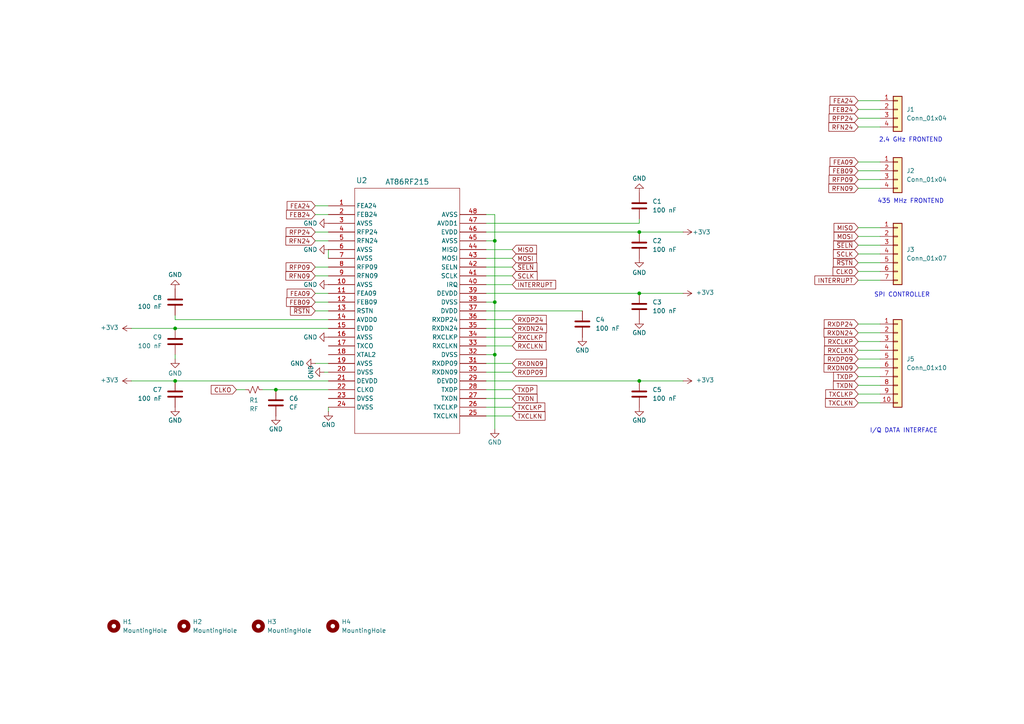
<source format=kicad_sch>
(kicad_sch (version 20250114) (generator "eeschema") (generator_version "9.0")
  (paper "A4")
  (lib_symbols
    (symbol "Connector_Generic:Conn_01x04" (pin_names (offset 1.016) (hide yes))
      (property "Reference" "J" (at 0 5.08 0))
      (property "Value" "Conn_01x04" (at 0 -7.62 0))
      (symbol "Conn_01x04_1_1"
        (rectangle (start -1.27 3.81) (end 1.27 -6.35) (stroke (width 0.254)) (fill (type background)))
        (rectangle (start -1.27 2.667) (end 0 2.413) (stroke (width 0.1524)))
        (rectangle (start -1.27 0.127) (end 0 -0.127) (stroke (width 0.1524)))
        (rectangle (start -1.27 -2.413) (end 0 -2.667) (stroke (width 0.1524)))
        (rectangle (start -1.27 -4.953) (end 0 -5.207) (stroke (width 0.1524)))
        (pin passive line (at -5.08 2.54 0) (length 3.81) (name "Pin_1") (number "1"))
        (pin passive line (at -5.08 0 0) (length 3.81) (name "Pin_2") (number "2"))
        (pin passive line (at -5.08 -2.54 0) (length 3.81) (name "Pin_3") (number "3"))
        (pin passive line (at -5.08 -5.08 0) (length 3.81) (name "Pin_4") (number "4"))
      )
    )
    (symbol "Connector_Generic:Conn_01x07" (pin_names (offset 1.016) (hide yes))
      (property "Reference" "J" (at 0 10.16 0))
      (property "Value" "Conn_01x07" (at 0 -10.16 0))
      (symbol "Conn_01x07_1_1"
        (rectangle (start -1.27 8.89) (end 1.27 -8.89) (stroke (width 0.254)) (fill (type background)))
        (rectangle (start -1.27 7.747) (end 0 7.493) (stroke (width 0.1524)))
        (rectangle (start -1.27 5.207) (end 0 4.953) (stroke (width 0.1524)))
        (rectangle (start -1.27 2.667) (end 0 2.413) (stroke (width 0.1524)))
        (rectangle (start -1.27 0.127) (end 0 -0.127) (stroke (width 0.1524)))
        (rectangle (start -1.27 -2.413) (end 0 -2.667) (stroke (width 0.1524)))
        (rectangle (start -1.27 -4.953) (end 0 -5.207) (stroke (width 0.1524)))
        (rectangle (start -1.27 -7.493) (end 0 -7.747) (stroke (width 0.1524)))
        (pin passive line (at -5.08 7.62 0) (length 3.81) (name "Pin_1") (number "1"))
        (pin passive line (at -5.08 5.08 0) (length 3.81) (name "Pin_2") (number "2"))
        (pin passive line (at -5.08 2.54 0) (length 3.81) (name "Pin_3") (number "3"))
        (pin passive line (at -5.08 0 0) (length 3.81) (name "Pin_4") (number "4"))
        (pin passive line (at -5.08 -2.54 0) (length 3.81) (name "Pin_5") (number "5"))
        (pin passive line (at -5.08 -5.08 0) (length 3.81) (name "Pin_6") (number "6"))
        (pin passive line (at -5.08 -7.62 0) (length 3.81) (name "Pin_7") (number "7"))
      )
    )
    (symbol "Connector_Generic:Conn_01x10" (pin_names (offset 1.016) (hide yes))
      (property "Reference" "J" (at 0 12.7 0))
      (property "Value" "Conn_01x10" (at 0 -15.24 0))
      (symbol "Conn_01x10_1_1"
        (rectangle (start -1.27 11.43) (end 1.27 -13.97) (stroke (width 0.254)) (fill (type background)))
        (rectangle (start -1.27 10.287) (end 0 10.033) (stroke (width 0.1524)))
        (rectangle (start -1.27 7.747) (end 0 7.493) (stroke (width 0.1524)))
        (rectangle (start -1.27 5.207) (end 0 4.953) (stroke (width 0.1524)))
        (rectangle (start -1.27 2.667) (end 0 2.413) (stroke (width 0.1524)))
        (rectangle (start -1.27 0.127) (end 0 -0.127) (stroke (width 0.1524)))
        (rectangle (start -1.27 -2.413) (end 0 -2.667) (stroke (width 0.1524)))
        (rectangle (start -1.27 -4.953) (end 0 -5.207) (stroke (width 0.1524)))
        (rectangle (start -1.27 -7.493) (end 0 -7.747) (stroke (width 0.1524)))
        (rectangle (start -1.27 -10.033) (end 0 -10.287) (stroke (width 0.1524)))
        (rectangle (start -1.27 -12.573) (end 0 -12.827) (stroke (width 0.1524)))
        (pin passive line (at -5.08 10.16 0) (length 3.81) (name "Pin_1") (number "1"))
        (pin passive line (at -5.08 7.62 0) (length 3.81) (name "Pin_2") (number "2"))
        (pin passive line (at -5.08 5.08 0) (length 3.81) (name "Pin_3") (number "3"))
        (pin passive line (at -5.08 2.54 0) (length 3.81) (name "Pin_4") (number "4"))
        (pin passive line (at -5.08 0 0) (length 3.81) (name "Pin_5") (number "5"))
        (pin passive line (at -5.08 -2.54 0) (length 3.81) (name "Pin_6") (number "6"))
        (pin passive line (at -5.08 -5.08 0) (length 3.81) (name "Pin_7") (number "7"))
        (pin passive line (at -5.08 -7.62 0) (length 3.81) (name "Pin_8") (number "8"))
        (pin passive line (at -5.08 -10.16 0) (length 3.81) (name "Pin_9") (number "9"))
        (pin passive line (at -5.08 -12.7 0) (length 3.81) (name "Pin_10") (number "10"))
      )
    )
    (symbol "Device:C" (pin_numbers (hide yes)) (pin_names (offset 0.254))
      (property "Reference" "C" (at 0.635 2.54 0))
      (property "Value" "C" (at 0.635 -2.54 0))
      (symbol "C_0_1"
        (polyline (pts (xy -2.032 0.762) (xy 2.032 0.762)) (stroke (width 0.508)))
        (polyline (pts (xy -2.032 -0.762) (xy 2.032 -0.762)) (stroke (width 0.508)))
      )
      (symbol "C_1_1"
        (pin passive line (at 0 3.81 270) (length 2.794) (name "~") (number "1"))
        (pin passive line (at 0 -3.81 90) (length 2.794) (name "~") (number "2"))
      )
    )
    (symbol "Device:R_Small_US" (pin_numbers (hide yes)) (pin_names (offset 0.254) (hide yes))
      (property "Reference" "R" (at 0.762 0.508 0))
      (property "Value" "R_Small_US" (at 0.762 -1.016 0))
      (symbol "R_Small_US_1_1"
        (polyline (pts (xy 0 1.524) (xy 1.016 1.143) (xy 0 0.762) (xy -1.016 0.381) (xy 0 0)))
        (polyline (pts (xy 0 0) (xy 1.016 -0.381) (xy 0 -0.762) (xy -1.016 -1.143) (xy 0 -1.524)))
        (pin passive line (at 0 2.54 270) (length 1.016) (name "~") (number "1"))
        (pin passive line (at 0 -2.54 90) (length 1.016) (name "~") (number "2"))
      )
    )
    (symbol "Mechanical:MountingHole" (pin_names (offset 1.016)) (in_bom no)
      (property "Reference" "H" (at 0 5.08 0))
      (property "Value" "MountingHole" (at 0 3.175 0))
      (symbol "MountingHole_0_1"
        (circle (center 0 0) (radius 1.27) (stroke (width 1.27)))
      )
    )
    (symbol "oresat-ics:AT86RF215"
      (property "Reference" "U" (at -15.494 18.034 0))
      (property "Value" "AT86RF215" (at -1.778 18.034 0))
      (symbol "AT86RF215_0_1"
        (polyline (pts (xy -16.51 16.51) (xy -16.51 -54.61)) (stroke (width 0.127)))
        (polyline (pts (xy -16.51 -54.61) (xy 13.97 -54.61)) (stroke (width 0.127)))
        (polyline (pts (xy 13.97 16.51) (xy -16.51 16.51)) (stroke (width 0.127)))
        (polyline (pts (xy 13.97 -54.61) (xy 13.97 16.51)) (stroke (width 0.127)))
        (pin output line (at -24.13 11.43 0) (length 7.62) (name "FEA24") (number "1"))
        (pin output line (at -24.13 8.89 0) (length 7.62) (name "FEB24") (number "2"))
        (pin bidirectional line (at -24.13 6.35 0) (length 7.62) (name "AVSS") (number "3"))
        (pin bidirectional line (at -24.13 3.81 0) (length 7.62) (name "RFP24") (number "4"))
        (pin bidirectional line (at -24.13 1.27 0) (length 7.62) (name "RFN24") (number "5"))
        (pin bidirectional line (at -24.13 -1.27 0) (length 7.62) (name "AVSS") (number "6"))
        (pin bidirectional line (at -24.13 -3.81 0) (length 7.62) (name "AVSS") (number "7"))
        (pin bidirectional line (at -24.13 -6.35 0) (length 7.62) (name "RFP09") (number "8"))
        (pin bidirectional line (at -24.13 -8.89 0) (length 7.62) (name "RFN09") (number "9"))
        (pin bidirectional line (at -24.13 -11.43 0) (length 7.62) (name "AVSS") (number "10"))
        (pin output line (at -24.13 -13.97 0) (length 7.62) (name "FEA09") (number "11"))
        (pin output line (at -24.13 -16.51 0) (length 7.62) (name "FEB09") (number "12"))
        (pin input line (at -24.13 -19.05 0) (length 7.62) (name "RSTN") (number "13"))
        (pin bidirectional line (at -24.13 -21.59 0) (length 7.62) (name "AVDD0") (number "14"))
        (pin power_in line (at -24.13 -24.13 0) (length 7.62) (name "EVDD") (number "15"))
        (pin bidirectional line (at -24.13 -26.67 0) (length 7.62) (name "AVSS") (number "16"))
        (pin input line (at -24.13 -29.21 0) (length 7.62) (name "TXCO") (number "17"))
        (pin output line (at -24.13 -31.75 0) (length 7.62) (name "XTAL2") (number "18"))
        (pin bidirectional line (at -24.13 -34.29 0) (length 7.62) (name "AVSS") (number "19"))
        (pin bidirectional line (at -24.13 -36.83 0) (length 7.62) (name "DVSS") (number "20"))
        (pin bidirectional line (at -24.13 -39.37 0) (length 7.62) (name "DEVDD") (number "21"))
        (pin output line (at -24.13 -41.91 0) (length 7.62) (name "CLKO") (number "22"))
        (pin bidirectional line (at -24.13 -44.45 0) (length 7.62) (name "DVSS") (number "23"))
        (pin bidirectional line (at -24.13 -46.99 0) (length 7.62) (name "DVSS") (number "24"))
        (pin bidirectional line (at 21.59 8.89 180) (length 7.62) (name "AVSS") (number "48"))
        (pin bidirectional line (at 21.59 6.35 180) (length 7.62) (name "AVDD1") (number "47"))
        (pin power_in line (at 21.59 3.81 180) (length 7.62) (name "EVDD") (number "46"))
        (pin bidirectional line (at 21.59 1.27 180) (length 7.62) (name "AVSS") (number "45"))
        (pin output line (at 21.59 -1.27 180) (length 7.62) (name "MISO") (number "44"))
        (pin input line (at 21.59 -3.81 180) (length 7.62) (name "MOSI") (number "43"))
        (pin input line (at 21.59 -6.35 180) (length 7.62) (name "SELN") (number "42"))
        (pin input line (at 21.59 -8.89 180) (length 7.62) (name "SCLK") (number "41"))
        (pin output line (at 21.59 -11.43 180) (length 7.62) (name "IRQ") (number "40"))
        (pin bidirectional line (at 21.59 -13.97 180) (length 7.62) (name "DEVDD") (number "39"))
        (pin bidirectional line (at 21.59 -16.51 180) (length 7.62) (name "DVSS") (number "38"))
        (pin bidirectional line (at 21.59 -19.05 180) (length 7.62) (name "DVDD") (number "37"))
        (pin output line (at 21.59 -21.59 180) (length 7.62) (name "RXDP24") (number "36"))
        (pin output line (at 21.59 -24.13 180) (length 7.62) (name "RXDN24") (number "35"))
        (pin output line (at 21.59 -26.67 180) (length 7.62) (name "RXCLKP") (number "34"))
        (pin output line (at 21.59 -29.21 180) (length 7.62) (name "RXCLKN") (number "33"))
        (pin bidirectional line (at 21.59 -31.75 180) (length 7.62) (name "DVSS") (number "32"))
        (pin output line (at 21.59 -34.29 180) (length 7.62) (name "RXDP09") (number "31"))
        (pin output line (at 21.59 -36.83 180) (length 7.62) (name "RXDN09") (number "30"))
        (pin bidirectional line (at 21.59 -39.37 180) (length 7.62) (name "DEVDD") (number "29"))
        (pin input line (at 21.59 -41.91 180) (length 7.62) (name "TXDP") (number "28"))
        (pin input line (at 21.59 -44.45 180) (length 7.62) (name "TXDN") (number "27"))
        (pin input line (at 21.59 -46.99 180) (length 7.62) (name "TXCLKP") (number "26"))
        (pin input line (at 21.59 -49.53 180) (length 7.62) (name "TXCLKN") (number "25"))
      )
    )
    (symbol "power:+3V3" (power) (pin_numbers (hide yes)) (pin_names (offset 0) (hide yes))
      (property "Value" "+3V3" (at 0 3.556 0))
      (symbol "+3V3_0_1"
        (polyline (pts (xy -0.762 1.27) (xy 0 2.54)))
        (polyline (pts (xy 0 2.54) (xy 0.762 1.27)))
        (polyline (pts (xy 0 0) (xy 0 2.54)))
      )
      (symbol "+3V3_1_1"
        (pin power_in line (at 0 0 90) (length 0) (name "~") (number "1"))
      )
    )
    (symbol "power:GND" (power) (pin_numbers (hide yes)) (pin_names (offset 0) (hide yes))
      (property "Value" "GND" (at 0 -3.81 0))
      (symbol "GND_0_1"
        (polyline (pts (xy 0 0) (xy 0 -1.27) (xy 1.27 -1.27) (xy 0 -2.54) (xy -1.27 -1.27) (xy 0 -1.27)))
      )
      (symbol "GND_1_1"
        (pin power_in line (at 0 0 270) (length 0) (name "~") (number "1"))
      )
    )
  )
  (text "435 MHz FRONTEND" (at 264.16 58.42 0) (effects (font (size 1.27 1.27))))
  (text "I/Q DATA INTERFACE" (at 262.128 124.968 0) (effects (font (size 1.27 1.27))))
  (text "SPI CONTROLLER" (at 261.62 85.598 0) (effects (font (size 1.27 1.27))))
  (text "2.4 GHz FRONTEND" (at 264.16 40.64 0) (effects (font (size 1.27 1.27))))
  (junction (at 185.42 110.49))
  (junction (at 143.51 87.63))
  (junction (at 50.8 95.25))
  (junction (at 185.42 67.31))
  (junction (at 50.8 110.49))
  (junction (at 185.42 85.09))
  (junction (at 80.01 113.03))
  (junction (at 143.51 69.85))
  (junction (at 143.51 102.87))
  (wire (pts (xy 140.97 107.95) (xy 148.59 107.95)))
  (wire (pts (xy 143.51 69.85) (xy 143.51 87.63)))
  (wire (pts (xy 50.8 95.25) (xy 38.1 95.25)))
  (wire (pts (xy 140.97 90.17) (xy 168.91 90.17)))
  (wire (pts (xy 248.92 31.75) (xy 255.27 31.75)))
  (wire (pts (xy 248.92 66.04) (xy 255.27 66.04)))
  (wire (pts (xy 185.42 64.77) (xy 185.42 63.5)))
  (wire (pts (xy 95.25 72.39) (xy 95.25 74.93)))
  (wire (pts (xy 248.92 34.29) (xy 255.27 34.29)))
  (wire (pts (xy 91.44 77.47) (xy 95.25 77.47)))
  (wire (pts (xy 140.97 62.23) (xy 143.51 62.23)))
  (wire (pts (xy 140.97 110.49) (xy 185.42 110.49)))
  (wire (pts (xy 140.97 120.65) (xy 148.59 120.65)))
  (wire (pts (xy 185.42 110.49) (xy 198.12 110.49)))
  (wire (pts (xy 140.97 74.93) (xy 148.59 74.93)))
  (wire (pts (xy 140.97 69.85) (xy 143.51 69.85)))
  (wire (pts (xy 140.97 82.55) (xy 148.59 82.55)))
  (wire (pts (xy 140.97 92.71) (xy 148.59 92.71)))
  (wire (pts (xy 140.97 115.57) (xy 148.59 115.57)))
  (wire (pts (xy 50.8 110.49) (xy 95.25 110.49)))
  (wire (pts (xy 248.92 68.58) (xy 255.27 68.58)))
  (wire (pts (xy 140.97 95.25) (xy 148.59 95.25)))
  (wire (pts (xy 95.25 92.71) (xy 50.8 92.71)))
  (wire (pts (xy 248.92 54.61) (xy 255.27 54.61)))
  (wire (pts (xy 248.92 104.14) (xy 255.27 104.14)))
  (wire (pts (xy 91.44 67.31) (xy 95.25 67.31)))
  (wire (pts (xy 248.92 109.22) (xy 255.27 109.22)))
  (wire (pts (xy 50.8 110.49) (xy 38.1 110.49)))
  (wire (pts (xy 91.44 90.17) (xy 95.25 90.17)))
  (wire (pts (xy 248.92 101.6) (xy 255.27 101.6)))
  (wire (pts (xy 140.97 85.09) (xy 185.42 85.09)))
  (wire (pts (xy 140.97 77.47) (xy 148.59 77.47)))
  (wire (pts (xy 248.92 78.74) (xy 255.27 78.74)))
  (wire (pts (xy 95.25 118.11) (xy 95.25 119.38)))
  (wire (pts (xy 91.44 69.85) (xy 95.25 69.85)))
  (wire (pts (xy 248.92 46.99) (xy 255.27 46.99)))
  (wire (pts (xy 140.97 80.01) (xy 148.59 80.01)))
  (wire (pts (xy 140.97 118.11) (xy 148.59 118.11)))
  (wire (pts (xy 140.97 97.79) (xy 148.59 97.79)))
  (wire (pts (xy 248.92 76.2) (xy 255.27 76.2)))
  (wire (pts (xy 91.44 80.01) (xy 95.25 80.01)))
  (wire (pts (xy 140.97 102.87) (xy 143.51 102.87)))
  (wire (pts (xy 248.92 29.21) (xy 255.27 29.21)))
  (wire (pts (xy 140.97 72.39) (xy 148.59 72.39)))
  (wire (pts (xy 143.51 87.63) (xy 143.51 102.87)))
  (wire (pts (xy 143.51 62.23) (xy 143.51 69.85)))
  (wire (pts (xy 185.42 85.09) (xy 198.12 85.09)))
  (wire (pts (xy 248.92 52.07) (xy 255.27 52.07)))
  (wire (pts (xy 248.92 93.98) (xy 255.27 93.98)))
  (wire (pts (xy 143.51 124.46) (xy 143.51 102.87)))
  (wire (pts (xy 248.92 71.12) (xy 255.27 71.12)))
  (wire (pts (xy 248.92 49.53) (xy 255.27 49.53)))
  (wire (pts (xy 91.44 105.41) (xy 95.25 105.41)))
  (wire (pts (xy 140.97 113.03) (xy 148.59 113.03)))
  (wire (pts (xy 248.92 73.66) (xy 255.27 73.66)))
  (wire (pts (xy 91.44 62.23) (xy 95.25 62.23)))
  (wire (pts (xy 248.92 96.52) (xy 255.27 96.52)))
  (wire (pts (xy 248.92 116.84) (xy 255.27 116.84)))
  (wire (pts (xy 140.97 105.41) (xy 148.59 105.41)))
  (wire (pts (xy 91.44 85.09) (xy 95.25 85.09)))
  (wire (pts (xy 248.92 36.83) (xy 255.27 36.83)))
  (wire (pts (xy 50.8 95.25) (xy 95.25 95.25)))
  (wire (pts (xy 50.8 92.71) (xy 50.8 91.44)))
  (wire (pts (xy 248.92 114.3) (xy 255.27 114.3)))
  (wire (pts (xy 140.97 87.63) (xy 143.51 87.63)))
  (wire (pts (xy 140.97 100.33) (xy 148.59 100.33)))
  (wire (pts (xy 91.44 59.69) (xy 95.25 59.69)))
  (wire (pts (xy 140.97 67.31) (xy 185.42 67.31)))
  (wire (pts (xy 80.01 113.03) (xy 95.25 113.03)))
  (wire (pts (xy 248.92 99.06) (xy 255.27 99.06)))
  (wire (pts (xy 68.58 113.03) (xy 71.12 113.03)))
  (wire (pts (xy 93.98 107.95) (xy 95.25 107.95)))
  (wire (pts (xy 76.2 113.03) (xy 80.01 113.03)))
  (wire (pts (xy 91.44 87.63) (xy 95.25 87.63)))
  (wire (pts (xy 185.42 67.31) (xy 198.12 67.31)))
  (wire (pts (xy 248.92 111.76) (xy 255.27 111.76)))
  (wire (pts (xy 248.92 81.28) (xy 255.27 81.28)))
  (wire (pts (xy 140.97 64.77) (xy 185.42 64.77)))
  (wire (pts (xy 50.8 102.87) (xy 50.8 104.14)))
  (wire (pts (xy 248.92 106.68) (xy 255.27 106.68)))
  (global_label "RFN24" (shape input) (at 91.44 69.85 180) (property "Intersheetrefs" "${INTERSHEET_REFS}" (effects (hide yes))))
  (global_label "TXDN" (shape input) (at 148.59 115.57 0) (property "Intersheetrefs" "${INTERSHEET_REFS}" (effects (hide yes))))
  (global_label "FEA24" (shape input) (at 248.92 29.21 180) (property "Intersheetrefs" "${INTERSHEET_REFS}" (effects (hide yes))))
  (global_label "RXDP24" (shape input) (at 148.59 92.71 0) (property "Intersheetrefs" "${INTERSHEET_REFS}" (effects (hide yes))))
  (global_label "RXDN09" (shape input) (at 248.92 106.68 180) (property "Intersheetrefs" "${INTERSHEET_REFS}" (effects (hide yes))))
  (global_label "RFP09" (shape input) (at 91.44 77.47 180) (property "Intersheetrefs" "${INTERSHEET_REFS}" (effects (hide yes))))
  (global_label "FEB09" (shape input) (at 91.44 87.63 180) (property "Intersheetrefs" "${INTERSHEET_REFS}" (effects (hide yes))))
  (global_label "RFP24" (shape input) (at 91.44 67.31 180) (property "Intersheetrefs" "${INTERSHEET_REFS}" (effects (hide yes))))
  (global_label "RXDP09" (shape input) (at 148.59 107.95 0) (property "Intersheetrefs" "${INTERSHEET_REFS}" (effects (hide yes))))
  (global_label "~{SELN}" (shape input) (at 248.92 71.12 180) (property "Intersheetrefs" "${INTERSHEET_REFS}" (effects (hide yes))))
  (global_label "FEB24" (shape input) (at 91.44 62.23 180) (property "Intersheetrefs" "${INTERSHEET_REFS}" (effects (hide yes))))
  (global_label "TXCLKP" (shape input) (at 248.92 114.3 180) (property "Intersheetrefs" "${INTERSHEET_REFS}" (effects (hide yes))))
  (global_label "TXCLKN" (shape input) (at 148.59 120.65 0) (property "Intersheetrefs" "${INTERSHEET_REFS}" (effects (hide yes))))
  (global_label "RXCLKN" (shape input) (at 248.92 101.6 180) (property "Intersheetrefs" "${INTERSHEET_REFS}" (effects (hide yes))))
  (global_label "~{SELN}" (shape input) (at 148.59 77.47 0) (property "Intersheetrefs" "${INTERSHEET_REFS}" (effects (hide yes))))
  (global_label "RXDN24" (shape input) (at 248.92 96.52 180) (property "Intersheetrefs" "${INTERSHEET_REFS}" (effects (hide yes))))
  (global_label "MISO" (shape input) (at 248.92 66.04 180) (property "Intersheetrefs" "${INTERSHEET_REFS}" (effects (hide yes))))
  (global_label "RXCLKP" (shape input) (at 148.59 97.79 0) (property "Intersheetrefs" "${INTERSHEET_REFS}" (effects (hide yes))))
  (global_label "TXDP" (shape input) (at 248.92 109.22 180) (property "Intersheetrefs" "${INTERSHEET_REFS}" (effects (hide yes))))
  (global_label "MISO" (shape input) (at 148.59 72.39 0) (property "Intersheetrefs" "${INTERSHEET_REFS}" (effects (hide yes))))
  (global_label "INTERRUPT" (shape input) (at 248.92 81.28 180) (property "Intersheetrefs" "${INTERSHEET_REFS}" (effects (hide yes))))
  (global_label "RFP09" (shape input) (at 248.92 52.07 180) (property "Intersheetrefs" "${INTERSHEET_REFS}" (effects (hide yes))))
  (global_label "RFN24" (shape input) (at 248.92 36.83 180) (property "Intersheetrefs" "${INTERSHEET_REFS}" (effects (hide yes))))
  (global_label "MOSI" (shape input) (at 148.59 74.93 0) (property "Intersheetrefs" "${INTERSHEET_REFS}" (effects (hide yes))))
  (global_label "FEB09" (shape input) (at 248.92 49.53 180) (property "Intersheetrefs" "${INTERSHEET_REFS}" (effects (hide yes))))
  (global_label "SCLK" (shape input) (at 248.92 73.66 180) (property "Intersheetrefs" "${INTERSHEET_REFS}" (effects (hide yes))))
  (global_label "RXDN09" (shape input) (at 148.59 105.41 0) (property "Intersheetrefs" "${INTERSHEET_REFS}" (effects (hide yes))))
  (global_label "TXCLKP" (shape input) (at 148.59 118.11 0) (property "Intersheetrefs" "${INTERSHEET_REFS}" (effects (hide yes))))
  (global_label "FEB24" (shape input) (at 248.92 31.75 180) (property "Intersheetrefs" "${INTERSHEET_REFS}" (effects (hide yes))))
  (global_label "MOSI" (shape input) (at 248.92 68.58 180) (property "Intersheetrefs" "${INTERSHEET_REFS}" (effects (hide yes))))
  (global_label "FEA09" (shape input) (at 248.92 46.99 180) (property "Intersheetrefs" "${INTERSHEET_REFS}" (effects (hide yes))))
  (global_label "~{RSTN}" (shape input) (at 91.44 90.17 180) (property "Intersheetrefs" "${INTERSHEET_REFS}" (effects (hide yes))))
  (global_label "CLKO" (shape input) (at 248.92 78.74 180) (property "Intersheetrefs" "${INTERSHEET_REFS}" (effects (hide yes))))
  (global_label "TXDP" (shape input) (at 148.59 113.03 0) (property "Intersheetrefs" "${INTERSHEET_REFS}" (effects (hide yes))))
  (global_label "SCLK" (shape input) (at 148.59 80.01 0) (property "Intersheetrefs" "${INTERSHEET_REFS}" (effects (hide yes))))
  (global_label "RFN09" (shape input) (at 91.44 80.01 180) (property "Intersheetrefs" "${INTERSHEET_REFS}" (effects (hide yes))))
  (global_label "TXDN" (shape input) (at 248.92 111.76 180) (property "Intersheetrefs" "${INTERSHEET_REFS}" (effects (hide yes))))
  (global_label "RXDP09" (shape input) (at 248.92 104.14 180) (property "Intersheetrefs" "${INTERSHEET_REFS}" (effects (hide yes))))
  (global_label "FEA24" (shape input) (at 91.44 59.69 180) (property "Intersheetrefs" "${INTERSHEET_REFS}" (effects (hide yes))))
  (global_label "~{RSTN}" (shape input) (at 248.92 76.2 180) (property "Intersheetrefs" "${INTERSHEET_REFS}" (effects (hide yes))))
  (global_label "TXCLKN" (shape input) (at 248.92 116.84 180) (property "Intersheetrefs" "${INTERSHEET_REFS}" (effects (hide yes))))
  (global_label "RXDN24" (shape input) (at 148.59 95.25 0) (property "Intersheetrefs" "${INTERSHEET_REFS}" (effects (hide yes))))
  (global_label "INTERRUPT" (shape input) (at 148.59 82.55 0) (property "Intersheetrefs" "${INTERSHEET_REFS}" (effects (hide yes))))
  (global_label "RFN09" (shape input) (at 248.92 54.61 180) (property "Intersheetrefs" "${INTERSHEET_REFS}" (effects (hide yes))))
  (global_label "RXCLKN" (shape input) (at 148.59 100.33 0) (property "Intersheetrefs" "${INTERSHEET_REFS}" (effects (hide yes))))
  (global_label "CLKO" (shape input) (at 68.58 113.03 180) (property "Intersheetrefs" "${INTERSHEET_REFS}" (effects (hide yes))))
  (global_label "FEA09" (shape input) (at 91.44 85.09 180) (property "Intersheetrefs" "${INTERSHEET_REFS}" (effects (hide yes))))
  (global_label "RFP24" (shape input) (at 248.92 34.29 180) (property "Intersheetrefs" "${INTERSHEET_REFS}" (effects (hide yes))))
  (global_label "RXCLKP" (shape input) (at 248.92 99.06 180) (property "Intersheetrefs" "${INTERSHEET_REFS}" (effects (hide yes))))
  (global_label "RXDP24" (shape input) (at 248.92 93.98 180) (property "Intersheetrefs" "${INTERSHEET_REFS}" (effects (hide yes))))
  (symbol (lib_id "power:+3V3") (at 198.12 67.31 270) (unit 1)
    (property "Reference" "#PWR012" (effects (hide yes)))
    (property "Value" "+3V3" (at 203.454 67.31 90))
    (property "Description" "Power symbol creates a global label with name \"+3V3\"" (effects (hide yes)))
  )
  (symbol (lib_id "power:GND") (at 168.91 97.79 0) (unit 1)
    (property "Reference" "#PWR16" (effects (hide yes)))
    (property "Value" "GND" (at 168.91 101.6 0))
    (property "Description" "Power symbol creates a global label with name \"GND\" , ground" (effects (hide yes)))
  )
  (symbol (lib_id "Device:C") (at 185.42 114.3 0) (unit 1)
    (property "Reference" "C5" (at 189.23 113.0299 0) (effects (justify left)))
    (property "Value" "100 nF" (at 189.23 115.5699 0) (effects (justify left)))
    (property "Description" "Unpolarized capacitor" (effects (hide yes)))
  )
  (symbol (lib_id "power:+3V3") (at 198.12 110.49 270) (unit 1)
    (property "Reference" "#PWR020" (effects (hide yes)))
    (property "Value" "+3V3" (at 204.47 110.236 90))
    (property "Description" "Power symbol creates a global label with name \"+3V3\"" (effects (hide yes)))
  )
  (symbol (lib_id "Mechanical:MountingHole") (at 74.93 181.61 0) (unit 1) (in_bom no)
    (property "Reference" "H3" (at 77.47 180.3399 0) (effects (justify left)))
    (property "Value" "MountingHole" (at 77.47 182.8799 0) (effects (justify left)))
    (property "Description" "Mounting Hole without connection" (effects (hide yes)))
  )
  (symbol (lib_id "power:+3V3") (at 38.1 110.49 90) (mirror x) (unit 1)
    (property "Reference" "#PWR023" (effects (hide yes)))
    (property "Value" "+3V3" (at 31.75 110.236 90))
    (property "Description" "Power symbol creates a global label with name \"+3V3\"" (effects (hide yes)))
  )
  (symbol (lib_id "Mechanical:MountingHole") (at 96.52 181.61 0) (unit 1) (in_bom no)
    (property "Reference" "H4" (at 99.06 180.3399 0) (effects (justify left)))
    (property "Value" "MountingHole" (at 99.06 182.8799 0) (effects (justify left)))
    (property "Description" "Mounting Hole without connection" (effects (hide yes)))
  )
  (symbol (lib_id "power:GND") (at 50.8 118.11 0) (mirror y) (unit 1)
    (property "Reference" "#PWR22" (effects (hide yes)))
    (property "Value" "GND" (at 50.8 121.92 0))
    (property "Description" "Power symbol creates a global label with name \"GND\" , ground" (effects (hide yes)))
  )
  (symbol (lib_id "power:GND") (at 50.8 83.82 0) (mirror x) (unit 1)
    (property "Reference" "#PWR6" (effects (hide yes)))
    (property "Value" "GND" (at 50.8 79.6869 0))
    (property "Description" "Power symbol creates a global label with name \"GND\" , ground" (effects (hide yes)))
  )
  (symbol (lib_id "oresat-ics:AT86RF215") (at 119.38 71.12 0) (unit 1)
    (property "Reference" "U2" (at 104.902 52.324 0) (effects (font (size 1.524 1.524))))
    (property "Value" "AT86RF215" (at 118.11 52.749 0) (effects (font (size 1.524 1.524))))
    (property "Footprint" "Package_DFN_QFN:QFN-48-1EP_7x7mm_P0.5mm_EP5.6x5.6mm" (effects (hide yes)))
    (property "Datasheet" "https://ww1.microchip.com/downloads/aemDocuments/documents/OTH/ProductDocuments/DataSheets/Atmel-42415-WIRELESS-AT86RF215_Datasheet.pdf" (effects (hide yes)))
  )
  (symbol (lib_id "Device:R_Small_US") (at 73.66 113.03 270) (mirror x) (unit 1)
    (property "Reference" "R1" (at 73.66 116.078 90))
    (property "Value" "RF" (at 73.66 118.618 90))
    (property "Description" "Resistor, small US symbol" (effects (hide yes)))
  )
  (symbol (lib_id "Device:C") (at 185.42 88.9 0) (unit 1)
    (property "Reference" "C3" (at 189.23 87.6299 0) (effects (justify left)))
    (property "Value" "100 nF" (at 189.23 90.1699 0) (effects (justify left)))
    (property "Description" "Unpolarized capacitor" (effects (hide yes)))
  )
  (symbol (lib_id "power:GND") (at 95.25 97.79 270) (unit 1)
    (property "Reference" "#PWR7" (effects (hide yes)))
    (property "Value" "GND" (at 92.0751 97.79 90) (effects (justify right)))
    (property "Description" "Power symbol creates a global label with name \"GND\" , ground" (effects (hide yes)))
  )
  (symbol (lib_id "power:GND") (at 80.01 120.65 0) (unit 1)
    (property "Reference" "#PWR21" (effects (hide yes)))
    (property "Value" "GND" (at 80.01 124.46 0))
    (property "Description" "Power symbol creates a global label with name \"GND\" , ground" (effects (hide yes)))
  )
  (symbol (lib_id "Device:C") (at 50.8 87.63 0) (mirror y) (unit 1)
    (property "Reference" "C8" (at 46.99 86.3599 0) (effects (justify left)))
    (property "Value" "100 nF" (at 46.99 88.8999 0) (effects (justify left)))
    (property "Description" "Unpolarized capacitor" (effects (hide yes)))
  )
  (symbol (lib_id "power:GND") (at 143.51 124.46 0) (unit 1)
    (property "Reference" "#PWR18" (effects (hide yes)))
    (property "Value" "GND" (at 143.51 128.27 0))
    (property "Description" "Power symbol creates a global label with name \"GND\" , ground" (effects (hide yes)))
  )
  (symbol (lib_id "Device:C") (at 80.01 116.84 0) (unit 1)
    (property "Reference" "C6" (at 83.82 115.5699 0) (effects (justify left)))
    (property "Value" "CF" (at 83.82 118.1099 0) (effects (justify left)))
    (property "Description" "Unpolarized capacitor" (effects (hide yes)))
  )
  (symbol (lib_id "power:+3V3") (at 198.12 85.09 270) (unit 1)
    (property "Reference" "#PWR017" (effects (hide yes)))
    (property "Value" "+3V3" (at 204.47 84.836 90))
    (property "Description" "Power symbol creates a global label with name \"+3V3\"" (effects (hide yes)))
  )
  (symbol (lib_id "power:GND") (at 50.8 104.14 0) (mirror y) (unit 1)
    (property "Reference" "#PWR1" (effects (hide yes)))
    (property "Value" "GND" (at 50.8 108.2731 0))
    (property "Description" "Power symbol creates a global label with name \"GND\" , ground" (effects (hide yes)))
  )
  (symbol (lib_id "power:GND") (at 185.42 55.88 180) (unit 1)
    (property "Reference" "#PWR10" (effects (hide yes)))
    (property "Value" "GND" (at 185.42 51.7469 0))
    (property "Description" "Power symbol creates a global label with name \"GND\" , ground" (effects (hide yes)))
  )
  (symbol (lib_id "Device:C") (at 185.42 71.12 0) (unit 1)
    (property "Reference" "C2" (at 189.23 69.8499 0) (effects (justify left)))
    (property "Value" "100 nF" (at 189.23 72.3899 0) (effects (justify left)))
    (property "Description" "Unpolarized capacitor" (effects (hide yes)))
  )
  (symbol (lib_id "Connector_Generic:Conn_01x07") (at 260.35 73.66 0) (unit 1)
    (property "Reference" "J3" (at 262.89 72.3899 0) (effects (justify left)))
    (property "Value" "Conn_01x07" (at 262.89 74.9299 0) (effects (justify left)))
    (property "Description" "Generic connector, single row, 01x07, script generated (kicad-library-utils/schlib/autogen/connector/)" (effects (hide yes)))
  )
  (symbol (lib_id "Device:C") (at 50.8 99.06 0) (mirror y) (unit 1)
    (property "Reference" "C9" (at 46.99 97.7899 0) (effects (justify left)))
    (property "Value" "100 nF" (at 46.99 100.3299 0) (effects (justify left)))
    (property "Description" "Unpolarized capacitor" (effects (hide yes)))
  )
  (symbol (lib_id "power:GND") (at 185.42 74.93 0) (mirror y) (unit 1)
    (property "Reference" "#PWR25" (effects (hide yes)))
    (property "Value" "GND" (at 185.42 79.0631 0))
    (property "Description" "Power symbol creates a global label with name \"GND\" , ground" (effects (hide yes)))
  )
  (symbol (lib_id "power:GND") (at 95.25 82.55 270) (unit 1)
    (property "Reference" "#PWR5" (effects (hide yes)))
    (property "Value" "GND" (at 92.0751 82.55 90) (effects (justify right)))
    (property "Description" "Power symbol creates a global label with name \"GND\" , ground" (effects (hide yes)))
  )
  (symbol (lib_id "Device:C") (at 50.8 114.3 0) (mirror y) (unit 1)
    (property "Reference" "C7" (at 46.99 113.0299 0) (effects (justify left)))
    (property "Value" "100 nF" (at 46.99 115.5699 0) (effects (justify left)))
    (property "Description" "Unpolarized capacitor" (effects (hide yes)))
  )
  (symbol (lib_id "power:GND") (at 95.25 64.77 270) (unit 1)
    (property "Reference" "#PWR2" (effects (hide yes)))
    (property "Value" "GND" (at 92.0751 64.77 90) (effects (justify right)))
    (property "Description" "Power symbol creates a global label with name \"GND\" , ground" (effects (hide yes)))
  )
  (symbol (lib_id "Connector_Generic:Conn_01x10") (at 260.35 104.14 0) (unit 1)
    (property "Reference" "J5" (at 262.89 104.1399 0) (effects (justify left)))
    (property "Value" "Conn_01x10" (at 262.89 106.6799 0) (effects (justify left)))
    (property "Description" "Generic connector, single row, 01x10, script generated (kicad-library-utils/schlib/autogen/connector/)" (effects (hide yes)))
  )
  (symbol (lib_id "power:GND") (at 95.25 72.39 270) (unit 1)
    (property "Reference" "#PWR4" (effects (hide yes)))
    (property "Value" "GND" (at 92.0751 72.39 90) (effects (justify right)))
    (property "Description" "Power symbol creates a global label with name \"GND\" , ground" (effects (hide yes)))
  )
  (symbol (lib_id "Connector_Generic:Conn_01x04") (at 260.35 49.53 0) (unit 1)
    (property "Reference" "J2" (at 262.89 49.5299 0) (effects (justify left)))
    (property "Value" "Conn_01x04" (at 262.89 52.0699 0) (effects (justify left)))
    (property "Description" "Generic connector, single row, 01x04, script generated (kicad-library-utils/schlib/autogen/connector/)" (effects (hide yes)))
  )
  (symbol (lib_id "Device:C") (at 185.42 59.69 0) (unit 1)
    (property "Reference" "C1" (at 189.23 58.4199 0) (effects (justify left)))
    (property "Value" "100 nF" (at 189.23 60.9599 0) (effects (justify left)))
    (property "Description" "Unpolarized capacitor" (effects (hide yes)))
  )
  (symbol (lib_id "power:GND") (at 91.44 105.41 270) (unit 1)
    (property "Reference" "#PWR8" (effects (hide yes)))
    (property "Value" "GND" (at 88.2651 105.41 90) (effects (justify right)))
    (property "Description" "Power symbol creates a global label with name \"GND\" , ground" (effects (hide yes)))
  )
  (symbol (lib_id "Device:C") (at 168.91 93.98 0) (unit 1)
    (property "Reference" "C4" (at 172.72 92.7099 0) (effects (justify left)))
    (property "Value" "100 nF" (at 172.72 95.2499 0) (effects (justify left)))
    (property "Description" "Unpolarized capacitor" (effects (hide yes)))
  )
  (symbol (lib_id "power:+3V3") (at 38.1 95.25 90) (mirror x) (unit 1)
    (property "Reference" "#PWR024" (effects (hide yes)))
    (property "Value" "+3V3" (at 31.75 94.996 90))
    (property "Description" "Power symbol creates a global label with name \"+3V3\"" (effects (hide yes)))
  )
  (symbol (lib_id "Connector_Generic:Conn_01x04") (at 260.35 31.75 0) (unit 1)
    (property "Reference" "J1" (at 262.89 31.7499 0) (effects (justify left)))
    (property "Value" "Conn_01x04" (at 262.89 34.2899 0) (effects (justify left)))
    (property "Description" "Generic connector, single row, 01x04, script generated (kicad-library-utils/schlib/autogen/connector/)" (effects (hide yes)))
  )
  (symbol (lib_id "power:GND") (at 93.98 107.95 270) (unit 1)
    (property "Reference" "#PWR9" (effects (hide yes)))
    (property "Value" "GND" (at 90.17 107.95 0))
    (property "Description" "Power symbol creates a global label with name \"GND\" , ground" (effects (hide yes)))
  )
  (symbol (lib_id "power:GND") (at 185.42 118.11 0) (unit 1)
    (property "Reference" "#PWR19" (effects (hide yes)))
    (property "Value" "GND" (at 185.42 121.92 0))
    (property "Description" "Power symbol creates a global label with name \"GND\" , ground" (effects (hide yes)))
  )
  (symbol (lib_id "power:GND") (at 95.25 119.38 0) (unit 1)
    (property "Reference" "#PWR11" (effects (hide yes)))
    (property "Value" "GND" (at 95.25 123.19 0))
    (property "Description" "Power symbol creates a global label with name \"GND\" , ground" (effects (hide yes)))
  )
  (symbol (lib_id "Mechanical:MountingHole") (at 33.02 181.61 0) (unit 1) (in_bom no)
    (property "Reference" "H1" (at 35.56 180.3399 0) (effects (justify left)))
    (property "Value" "MountingHole" (at 35.56 182.8799 0) (effects (justify left)))
    (property "Description" "Mounting Hole without connection" (effects (hide yes)))
  )
  (symbol (lib_id "power:GND") (at 185.42 92.71 0) (unit 1)
    (property "Reference" "#PWR15" (effects (hide yes)))
    (property "Value" "GND" (at 185.42 96.52 0))
    (property "Description" "Power symbol creates a global label with name \"GND\" , ground" (effects (hide yes)))
  )
  (symbol (lib_id "Mechanical:MountingHole") (at 53.34 181.61 0) (unit 1) (in_bom no)
    (property "Reference" "H2" (at 55.88 180.3399 0) (effects (justify left)))
    (property "Value" "MountingHole" (at 55.88 182.8799 0) (effects (justify left)))
    (property "Description" "Mounting Hole without connection" (effects (hide yes)))
  )
)
</source>
